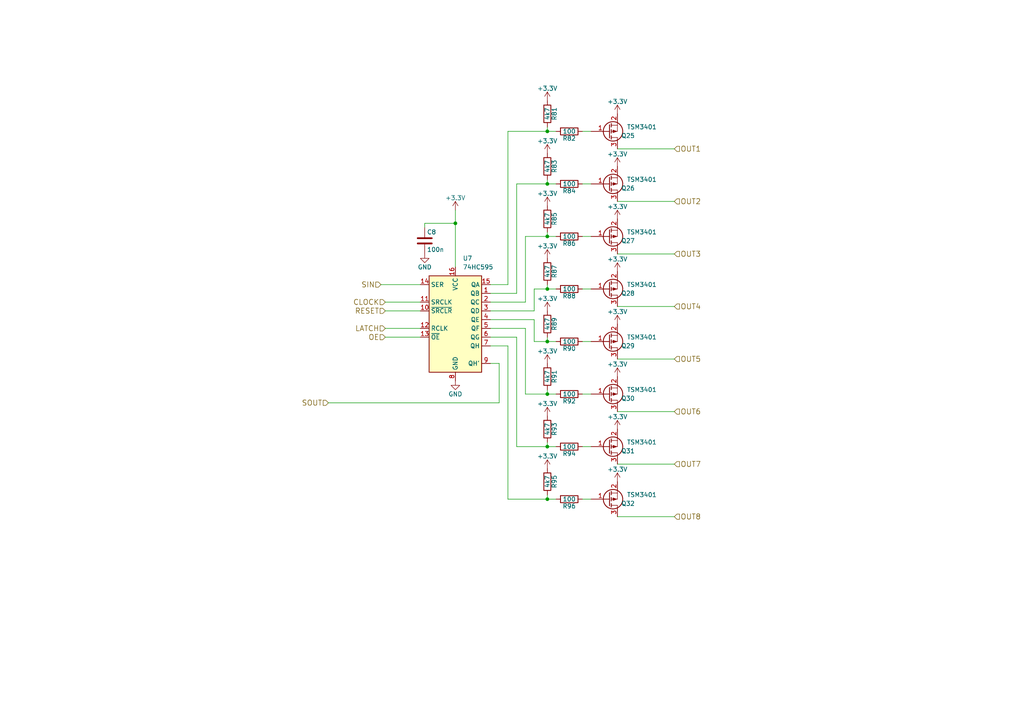
<source format=kicad_sch>
(kicad_sch (version 20250114) (generator "eeschema") (generator_version "9.0")
  (paper "A4")
  (title_block (title "Wooden clock - display board - mosfet multiplexer") (date "2018-10-21") (rev "1.0.0") (company "Paweł Warzecha"))
  (lib_symbols
    (symbol "74xx:74HC595"
      (property "Reference" "U" (at -7.62 13.97 0))
      (property "Value" "74HC595" (at -7.62 -16.51 0))
      (symbol "74HC595_1_0"
        (pin input line (at -10.16 10.16 0) (length 2.54) (name "SER") (number "14"))
        (pin input line (at -10.16 5.08 0) (length 2.54) (name "SRCLK") (number "11"))
        (pin input line (at -10.16 2.54 0) (length 2.54) (name "~{SRCLR}") (number "10"))
        (pin input line (at -10.16 -2.54 0) (length 2.54) (name "RCLK") (number "12"))
        (pin input line (at -10.16 -5.08 0) (length 2.54) (name "~{OE}") (number "13"))
        (pin power_in line (at 0 15.24 270) (length 2.54) (name "VCC") (number "16"))
        (pin power_in line (at 0 -17.78 90) (length 2.54) (name "GND") (number "8"))
        (pin tri_state line (at 10.16 10.16 180) (length 2.54) (name "QA") (number "15"))
        (pin tri_state line (at 10.16 7.62 180) (length 2.54) (name "QB") (number "1"))
        (pin tri_state line (at 10.16 5.08 180) (length 2.54) (name "QC") (number "2"))
        (pin tri_state line (at 10.16 2.54 180) (length 2.54) (name "QD") (number "3"))
        (pin tri_state line (at 10.16 0 180) (length 2.54) (name "QE") (number "4"))
        (pin tri_state line (at 10.16 -2.54 180) (length 2.54) (name "QF") (number "5"))
        (pin tri_state line (at 10.16 -5.08 180) (length 2.54) (name "QG") (number "6"))
        (pin tri_state line (at 10.16 -7.62 180) (length 2.54) (name "QH") (number "7"))
        (pin output line (at 10.16 -12.7 180) (length 2.54) (name "QH'") (number "9"))
      )
      (symbol "74HC595_1_1"
        (rectangle (start -7.62 12.7) (end 7.62 -15.24) (stroke (width 0.254)) (fill (type background)))
      )
    )
    (symbol "device:C" (pin_numbers (hide yes)) (pin_names (offset 0.254))
      (property "Reference" "C" (at 0.635 2.54 0))
      (property "Value" "C" (at 0.635 -2.54 0))
      (symbol "C_0_1"
        (polyline (pts (xy -2.032 0.762) (xy 2.032 0.762)) (stroke (width 0.508)))
        (polyline (pts (xy -2.032 -0.762) (xy 2.032 -0.762)) (stroke (width 0.508)))
      )
      (symbol "C_1_1"
        (pin passive line (at 0 3.81 270) (length 2.794) (name "~") (number "1"))
        (pin passive line (at 0 -3.81 90) (length 2.794) (name "~") (number "2"))
      )
    )
    (symbol "device:Q_PMOS_GSD" (pin_names (offset 0) (hide yes))
      (property "Reference" "Q" (at 7.62 1.27 0))
      (property "Value" "Q_PMOS_GSD" (at 16.51 -1.27 0))
      (symbol "Q_PMOS_GSD_0_1"
        (polyline (pts (xy 0.254 1.905) (xy 0.254 -1.905) (xy 0.254 -1.905)) (stroke (width 0.254)))
        (polyline (pts (xy 0.762 2.286) (xy 0.762 1.27)) (stroke (width 0.254)))
        (polyline (pts (xy 0.762 1.778) (xy 2.54 1.778)))
        (polyline (pts (xy 0.762 0.508) (xy 0.762 -0.508)) (stroke (width 0.254)))
        (polyline (pts (xy 0.762 0) (xy 2.54 0)))
        (polyline (pts (xy 0.762 -1.27) (xy 0.762 -2.286)) (stroke (width 0.254)))
        (polyline (pts (xy 0.762 -1.778) (xy 2.54 -1.778)))
        (circle (center 1.27 0) (radius 2.8194) (stroke (width 0.254)))
        (polyline (pts (xy 2.286 0) (xy 1.27 -0.381) (xy 1.27 0.381) (xy 2.286 0)) (fill (type outline)))
        (polyline (pts (xy 2.54 2.54) (xy 2.54 1.778)))
        (polyline (pts (xy 2.54 -1.778) (xy 2.54 0)))
        (polyline (pts (xy 2.54 -1.778) (xy 2.54 -2.54)))
      )
      (symbol "Q_PMOS_GSD_1_1"
        (pin input line (at -5.08 0 0) (length 5.334) (name "G") (number "1"))
        (pin passive line (at 2.54 5.08 270) (length 2.54) (name "D") (number "3"))
        (pin passive line (at 2.54 -5.08 90) (length 2.54) (name "S") (number "2"))
      )
    )
    (symbol "device:R" (pin_numbers (hide yes)) (pin_names (offset 0))
      (property "Reference" "R" (at 2.032 0 90))
      (property "Value" "R" (at 0 0 90))
      (symbol "R_0_1"
        (rectangle (start -1.016 -2.54) (end 1.016 2.54) (stroke (width 0.254)))
      )
      (symbol "R_1_1"
        (pin passive line (at 0 3.81 270) (length 1.27) (name "~") (number "1"))
        (pin passive line (at 0 -3.81 90) (length 1.27) (name "~") (number "2"))
      )
    )
    (symbol "power:+3.3V" (power) (pin_names (offset 0))
      (property "Value" "+3.3V" (at 0 3.556 0))
      (symbol "+3.3V_0_1"
        (polyline (pts (xy -0.762 1.27) (xy 0 2.54)))
        (polyline (pts (xy 0 2.54) (xy 0.762 1.27)))
        (polyline (pts (xy 0 0) (xy 0 2.54)))
      )
      (symbol "+3.3V_1_1"
        (pin power_in line (at 0 0 90) (length 0) (hide yes) (name "+3.3V") (number "1"))
      )
    )
    (symbol "power:GND" (power) (pin_names (offset 0))
      (property "Value" "GND" (at 0 -3.81 0))
      (symbol "GND_0_1"
        (polyline (pts (xy 0 0) (xy 0 -1.27) (xy 1.27 -1.27) (xy 0 -2.54) (xy -1.27 -1.27) (xy 0 -1.27)))
      )
      (symbol "GND_1_1"
        (pin power_in line (at 0 0 270) (length 0) (hide yes) (name "GND") (number "1"))
      )
    )
  )
  (junction (at 158.75 144.78))
  (junction (at 158.75 68.58))
  (junction (at 158.75 129.54))
  (junction (at 158.75 114.3))
  (junction (at 158.75 53.34))
  (junction (at 158.75 83.82))
  (junction (at 132.08 64.77))
  (junction (at 158.75 99.06))
  (junction (at 158.75 38.1))
  (wire (pts (xy 158.75 129.54) (xy 161.29 129.54)))
  (wire (pts (xy 158.75 38.1) (xy 158.75 36.83)))
  (wire (pts (xy 149.86 97.79) (xy 149.86 129.54)))
  (wire (pts (xy 121.92 97.79) (xy 111.76 97.79)))
  (wire (pts (xy 121.92 90.17) (xy 111.76 90.17)))
  (wire (pts (xy 158.75 143.51) (xy 158.75 144.78)))
  (wire (pts (xy 142.24 87.63) (xy 152.4 87.63)))
  (wire (pts (xy 154.94 83.82) (xy 158.75 83.82)))
  (wire (pts (xy 158.75 99.06) (xy 161.29 99.06)))
  (wire (pts (xy 142.24 92.71) (xy 154.94 92.71)))
  (wire (pts (xy 144.78 105.41) (xy 142.24 105.41)))
  (wire (pts (xy 154.94 90.17) (xy 154.94 83.82)))
  (wire (pts (xy 158.75 83.82) (xy 161.29 83.82)))
  (wire (pts (xy 152.4 114.3) (xy 158.75 114.3)))
  (wire (pts (xy 171.45 53.34) (xy 168.91 53.34)))
  (wire (pts (xy 168.91 129.54) (xy 171.45 129.54)))
  (wire (pts (xy 195.58 134.62) (xy 179.07 134.62)))
  (wire (pts (xy 142.24 100.33) (xy 147.32 100.33)))
  (wire (pts (xy 144.78 116.84) (xy 144.78 105.41)))
  (wire (pts (xy 171.45 83.82) (xy 168.91 83.82)))
  (wire (pts (xy 168.91 68.58) (xy 171.45 68.58)))
  (wire (pts (xy 121.92 87.63) (xy 111.76 87.63)))
  (wire (pts (xy 123.19 66.04) (xy 123.19 64.77)))
  (wire (pts (xy 110.49 82.55) (xy 121.92 82.55)))
  (wire (pts (xy 158.75 129.54) (xy 158.75 128.27)))
  (wire (pts (xy 142.24 97.79) (xy 149.86 97.79)))
  (wire (pts (xy 149.86 53.34) (xy 158.75 53.34)))
  (wire (pts (xy 158.75 114.3) (xy 158.75 113.03)))
  (wire (pts (xy 168.91 99.06) (xy 171.45 99.06)))
  (wire (pts (xy 195.58 88.9) (xy 179.07 88.9)))
  (wire (pts (xy 158.75 99.06) (xy 158.75 97.79)))
  (wire (pts (xy 158.75 68.58) (xy 158.75 67.31)))
  (wire (pts (xy 132.08 64.77) (xy 132.08 60.96)))
  (wire (pts (xy 152.4 68.58) (xy 158.75 68.58)))
  (wire (pts (xy 142.24 82.55) (xy 147.32 82.55)))
  (wire (pts (xy 95.25 116.84) (xy 144.78 116.84)))
  (wire (pts (xy 158.75 53.34) (xy 158.75 52.07)))
  (wire (pts (xy 158.75 53.34) (xy 161.29 53.34)))
  (wire (pts (xy 154.94 99.06) (xy 158.75 99.06)))
  (wire (pts (xy 152.4 95.25) (xy 152.4 114.3)))
  (wire (pts (xy 121.92 95.25) (xy 111.76 95.25)))
  (wire (pts (xy 149.86 85.09) (xy 149.86 53.34)))
  (wire (pts (xy 147.32 144.78) (xy 158.75 144.78)))
  (wire (pts (xy 195.58 149.86) (xy 179.07 149.86)))
  (wire (pts (xy 195.58 58.42) (xy 179.07 58.42)))
  (wire (pts (xy 147.32 82.55) (xy 147.32 38.1)))
  (wire (pts (xy 152.4 87.63) (xy 152.4 68.58)))
  (wire (pts (xy 123.19 64.77) (xy 132.08 64.77)))
  (wire (pts (xy 142.24 95.25) (xy 152.4 95.25)))
  (wire (pts (xy 147.32 100.33) (xy 147.32 144.78)))
  (wire (pts (xy 154.94 92.71) (xy 154.94 99.06)))
  (wire (pts (xy 142.24 90.17) (xy 154.94 90.17)))
  (wire (pts (xy 179.07 43.18) (xy 195.58 43.18)))
  (wire (pts (xy 158.75 38.1) (xy 161.29 38.1)))
  (wire (pts (xy 147.32 38.1) (xy 158.75 38.1)))
  (wire (pts (xy 142.24 85.09) (xy 149.86 85.09)))
  (wire (pts (xy 168.91 38.1) (xy 171.45 38.1)))
  (wire (pts (xy 158.75 83.82) (xy 158.75 82.55)))
  (wire (pts (xy 158.75 114.3) (xy 161.29 114.3)))
  (wire (pts (xy 195.58 119.38) (xy 179.07 119.38)))
  (wire (pts (xy 149.86 129.54) (xy 158.75 129.54)))
  (wire (pts (xy 132.08 77.47) (xy 132.08 64.77)))
  (wire (pts (xy 171.45 114.3) (xy 168.91 114.3)))
  (wire (pts (xy 195.58 104.14) (xy 179.07 104.14)))
  (wire (pts (xy 158.75 144.78) (xy 161.29 144.78)))
  (wire (pts (xy 158.75 68.58) (xy 161.29 68.58)))
  (wire (pts (xy 195.58 73.66) (xy 179.07 73.66)))
  (wire (pts (xy 171.45 144.78) (xy 168.91 144.78)))
  (hierarchical_label "LATCH" (shape input) (at 111.76 95.25 180) (effects (font (size 1.524 1.524))))
  (hierarchical_label "OUT3" (shape input) (at 195.58 73.66 0) (effects (font (size 1.524 1.524))))
  (hierarchical_label "RESET" (shape input) (at 111.76 90.17 180) (effects (font (size 1.524 1.524))))
  (hierarchical_label "OUT1" (shape input) (at 195.58 43.18 0) (effects (font (size 1.524 1.524))))
  (hierarchical_label "OE" (shape input) (at 111.76 97.79 180) (effects (font (size 1.524 1.524))))
  (hierarchical_label "CLOCK" (shape input) (at 111.76 87.63 180) (effects (font (size 1.524 1.524))))
  (hierarchical_label "OUT7" (shape input) (at 195.58 134.62 0) (effects (font (size 1.524 1.524))))
  (hierarchical_label "OUT8" (shape input) (at 195.58 149.86 0) (effects (font (size 1.524 1.524))))
  (hierarchical_label "OUT6" (shape input) (at 195.58 119.38 0) (effects (font (size 1.524 1.524))))
  (hierarchical_label "OUT4" (shape input) (at 195.58 88.9 0) (effects (font (size 1.524 1.524))))
  (hierarchical_label "SOUT" (shape input) (at 95.25 116.84 180) (effects (font (size 1.524 1.524))))
  (hierarchical_label "SIN" (shape input) (at 110.49 82.55 180) (effects (font (size 1.524 1.524))))
  (hierarchical_label "OUT5" (shape input) (at 195.58 104.14 0) (effects (font (size 1.524 1.524))))
  (hierarchical_label "OUT2" (shape input) (at 195.58 58.42 0) (effects (font (size 1.524 1.524))))
  (symbol (lib_id "device:Q_PMOS_GSD") (at 176.53 144.78 0) (mirror x) (unit 1)
    (property "Reference" "Q32" (at 184.15 146.05 0) (effects (justify right)))
    (property "Value" "TSM3401" (at 190.5 143.51 0) (effects (justify right)))
    (property "Footprint" "kicad-libraries-master:SOT23-3" (effects (hide yes)))
  )
  (symbol (lib_id "device:Q_PMOS_GSD") (at 176.53 129.54 0) (mirror x) (unit 1)
    (property "Reference" "Q31" (at 184.15 130.81 0) (effects (justify right)))
    (property "Value" "TSM3401" (at 190.5 128.27 0) (effects (justify right)))
    (property "Footprint" "kicad-libraries-master:SOT23-3" (effects (hide yes)))
  )
  (symbol (lib_id "device:Q_PMOS_GSD") (at 176.53 114.3 0) (mirror x) (unit 1)
    (property "Reference" "Q30" (at 184.15 115.57 0) (effects (justify right)))
    (property "Value" "TSM3401" (at 190.5 113.03 0) (effects (justify right)))
    (property "Footprint" "kicad-libraries-master:SOT23-3" (effects (hide yes)))
  )
  (symbol (lib_id "device:Q_PMOS_GSD") (at 176.53 99.06 0) (mirror x) (unit 1)
    (property "Reference" "Q29" (at 184.15 100.33 0) (effects (justify right)))
    (property "Value" "TSM3401" (at 190.5 97.79 0) (effects (justify right)))
    (property "Footprint" "kicad-libraries-master:SOT23-3" (effects (hide yes)))
  )
  (symbol (lib_id "device:Q_PMOS_GSD") (at 176.53 83.82 0) (mirror x) (unit 1)
    (property "Reference" "Q28" (at 184.15 85.09 0) (effects (justify right)))
    (property "Value" "TSM3401" (at 190.5 82.55 0) (effects (justify right)))
    (property "Footprint" "kicad-libraries-master:SOT23-3" (effects (hide yes)))
  )
  (symbol (lib_id "device:Q_PMOS_GSD") (at 176.53 68.58 0) (mirror x) (unit 1)
    (property "Reference" "Q27" (at 184.15 69.85 0) (effects (justify right)))
    (property "Value" "TSM3401" (at 190.5 67.31 0) (effects (justify right)))
    (property "Footprint" "kicad-libraries-master:SOT23-3" (effects (hide yes)))
  )
  (symbol (lib_id "device:Q_PMOS_GSD") (at 176.53 53.34 0) (mirror x) (unit 1)
    (property "Reference" "Q26" (at 184.15 54.61 0) (effects (justify right)))
    (property "Value" "TSM3401" (at 190.5 52.07 0) (effects (justify right)))
    (property "Footprint" "kicad-libraries-master:SOT23-3" (effects (hide yes)))
  )
  (symbol (lib_id "device:Q_PMOS_GSD") (at 176.53 38.1 0) (mirror x) (unit 1)
    (property "Reference" "Q25" (at 184.15 39.37 0) (effects (justify right)))
    (property "Value" "TSM3401" (at 190.5 36.83 0) (effects (justify right)))
    (property "Footprint" "kicad-libraries-master:SOT23-3" (effects (hide yes)))
  )
  (symbol (lib_id "power:GND") (at 132.08 110.49 0) (unit 1)
    (property "Reference" "#PWR0158" (effects (hide yes)))
    (property "Value" "GND" (at 132.08 114.3 0))
  )
  (symbol (lib_id "power:+3.3V") (at 132.08 60.96 0) (unit 1)
    (property "Reference" "#PWR0159" (effects (hide yes)))
    (property "Value" "+3.3V" (at 132.08 57.404 0))
  )
  (symbol (lib_id "power:+3.3V") (at 179.07 33.02 0) (unit 1)
    (property "Reference" "#PWR0160" (effects (hide yes)))
    (property "Value" "+3.3V" (at 179.07 29.464 0))
  )
  (symbol (lib_id "power:+3.3V") (at 179.07 48.26 0) (unit 1)
    (property "Reference" "#PWR0161" (effects (hide yes)))
    (property "Value" "+3.3V" (at 179.07 44.704 0))
  )
  (symbol (lib_id "power:+3.3V") (at 179.07 63.5 0) (unit 1)
    (property "Reference" "#PWR0162" (effects (hide yes)))
    (property "Value" "+3.3V" (at 179.07 59.944 0))
  )
  (symbol (lib_id "power:+3.3V") (at 179.07 78.74 0) (unit 1)
    (property "Reference" "#PWR0163" (effects (hide yes)))
    (property "Value" "+3.3V" (at 179.07 75.184 0))
  )
  (symbol (lib_id "power:+3.3V") (at 179.07 93.98 0) (unit 1)
    (property "Reference" "#PWR0164" (effects (hide yes)))
    (property "Value" "+3.3V" (at 179.07 90.424 0))
  )
  (symbol (lib_id "power:+3.3V") (at 179.07 109.22 0) (unit 1)
    (property "Reference" "#PWR0165" (effects (hide yes)))
    (property "Value" "+3.3V" (at 179.07 105.664 0))
  )
  (symbol (lib_id "power:+3.3V") (at 179.07 124.46 0) (unit 1)
    (property "Reference" "#PWR0166" (effects (hide yes)))
    (property "Value" "+3.3V" (at 179.07 120.904 0))
  )
  (symbol (lib_id "power:+3.3V") (at 179.07 139.7 0) (unit 1)
    (property "Reference" "#PWR0167" (effects (hide yes)))
    (property "Value" "+3.3V" (at 179.07 136.144 0))
  )
  (symbol (lib_id "device:C") (at 123.19 69.85 0) (unit 1)
    (property "Reference" "C8" (at 123.825 67.31 0) (effects (justify left)))
    (property "Value" "100n" (at 123.825 72.39 0) (effects (justify left)))
    (property "Footprint" "Capacitors_SMD:C_0402_NoSilk" (effects (hide yes)))
  )
  (symbol (lib_id "power:GND") (at 123.19 73.66 0) (unit 1)
    (property "Reference" "#PWR0168" (effects (hide yes)))
    (property "Value" "GND" (at 123.19 77.47 0))
  )
  (symbol (lib_id "device:R") (at 158.75 93.98 0) (unit 1)
    (property "Reference" "R89" (at 160.782 93.98 90))
    (property "Value" "4k7" (at 158.75 93.98 90))
    (property "Footprint" "Resistors_SMD:R_0805_HandSoldering" (effects (hide yes)))
  )
  (symbol (lib_id "device:R") (at 158.75 109.22 0) (unit 1)
    (property "Reference" "R91" (at 160.782 109.22 90))
    (property "Value" "4k7" (at 158.75 109.22 90))
    (property "Footprint" "Resistors_SMD:R_0805_HandSoldering" (effects (hide yes)))
  )
  (symbol (lib_id "device:R") (at 158.75 124.46 0) (unit 1)
    (property "Reference" "R93" (at 160.782 124.46 90))
    (property "Value" "4k7" (at 158.75 124.46 90))
    (property "Footprint" "Resistors_SMD:R_0805_HandSoldering" (effects (hide yes)))
  )
  (symbol (lib_id "device:R") (at 158.75 139.7 0) (unit 1)
    (property "Reference" "R95" (at 160.782 139.7 90))
    (property "Value" "4k7" (at 158.75 139.7 90))
    (property "Footprint" "Resistors_SMD:R_0805_HandSoldering" (effects (hide yes)))
  )
  (symbol (lib_id "device:R") (at 158.75 78.74 0) (unit 1)
    (property "Reference" "R87" (at 160.782 78.74 90))
    (property "Value" "4k7" (at 158.75 78.74 90))
    (property "Footprint" "Resistors_SMD:R_0805_HandSoldering" (effects (hide yes)))
  )
  (symbol (lib_id "device:R") (at 158.75 63.5 0) (unit 1)
    (property "Reference" "R85" (at 160.782 63.5 90))
    (property "Value" "4k7" (at 158.75 63.5 90))
    (property "Footprint" "Resistors_SMD:R_0805_HandSoldering" (effects (hide yes)))
  )
  (symbol (lib_id "device:R") (at 158.75 48.26 0) (unit 1)
    (property "Reference" "R83" (at 160.782 48.26 90))
    (property "Value" "4k7" (at 158.75 48.26 90))
    (property "Footprint" "Resistors_SMD:R_0805_HandSoldering" (effects (hide yes)))
  )
  (symbol (lib_id "device:R") (at 158.75 33.02 0) (unit 1)
    (property "Reference" "R81" (at 160.782 33.02 90))
    (property "Value" "4k7" (at 158.75 33.02 90))
    (property "Footprint" "Resistors_SMD:R_0805_HandSoldering" (effects (hide yes)))
  )
  (symbol (lib_id "power:+3.3V") (at 158.75 29.21 0) (unit 1)
    (property "Reference" "#PWR0169" (effects (hide yes)))
    (property "Value" "+3.3V" (at 158.75 25.654 0))
  )
  (symbol (lib_id "power:+3.3V") (at 158.75 44.45 0) (unit 1)
    (property "Reference" "#PWR0170" (effects (hide yes)))
    (property "Value" "+3.3V" (at 158.75 40.894 0))
  )
  (symbol (lib_id "power:+3.3V") (at 158.75 59.69 0) (unit 1)
    (property "Reference" "#PWR0171" (effects (hide yes)))
    (property "Value" "+3.3V" (at 158.75 56.134 0))
  )
  (symbol (lib_id "power:+3.3V") (at 158.75 74.93 0) (unit 1)
    (property "Reference" "#PWR0172" (effects (hide yes)))
    (property "Value" "+3.3V" (at 158.75 71.374 0))
  )
  (symbol (lib_id "power:+3.3V") (at 158.75 90.17 0) (unit 1)
    (property "Reference" "#PWR0173" (effects (hide yes)))
    (property "Value" "+3.3V" (at 158.75 86.614 0))
  )
  (symbol (lib_id "power:+3.3V") (at 158.75 105.41 0) (unit 1)
    (property "Reference" "#PWR0174" (effects (hide yes)))
    (property "Value" "+3.3V" (at 158.75 101.854 0))
  )
  (symbol (lib_id "power:+3.3V") (at 158.75 120.65 0) (unit 1)
    (property "Reference" "#PWR0175" (effects (hide yes)))
    (property "Value" "+3.3V" (at 158.75 117.094 0))
  )
  (symbol (lib_id "power:+3.3V") (at 158.75 135.89 0) (unit 1)
    (property "Reference" "#PWR0176" (effects (hide yes)))
    (property "Value" "+3.3V" (at 158.75 132.334 0))
  )
  (symbol (lib_id "device:R") (at 165.1 38.1 270) (unit 1)
    (property "Reference" "R82" (at 165.1 40.132 90))
    (property "Value" "100" (at 165.1 38.1 90))
    (property "Footprint" "Resistors_SMD:R_0805_HandSoldering" (effects (hide yes)))
  )
  (symbol (lib_id "device:R") (at 165.1 53.34 270) (unit 1)
    (property "Reference" "R84" (at 165.1 55.372 90))
    (property "Value" "100" (at 165.1 53.34 90))
    (property "Footprint" "Resistors_SMD:R_0805_HandSoldering" (effects (hide yes)))
  )
  (symbol (lib_id "device:R") (at 165.1 68.58 270) (unit 1)
    (property "Reference" "R86" (at 165.1 70.612 90))
    (property "Value" "100" (at 165.1 68.58 90))
    (property "Footprint" "Resistors_SMD:R_0805_HandSoldering" (effects (hide yes)))
  )
  (symbol (lib_id "device:R") (at 165.1 83.82 270) (unit 1)
    (property "Reference" "R88" (at 165.1 85.852 90))
    (property "Value" "100" (at 165.1 83.82 90))
    (property "Footprint" "Resistors_SMD:R_0805_HandSoldering" (effects (hide yes)))
  )
  (symbol (lib_id "device:R") (at 165.1 99.06 270) (unit 1)
    (property "Reference" "R90" (at 165.1 101.092 90))
    (property "Value" "100" (at 165.1 99.06 90))
    (property "Footprint" "Resistors_SMD:R_0805_HandSoldering" (effects (hide yes)))
  )
  (symbol (lib_id "device:R") (at 165.1 114.3 270) (unit 1)
    (property "Reference" "R92" (at 165.1 116.332 90))
    (property "Value" "100" (at 165.1 114.3 90))
    (property "Footprint" "Resistors_SMD:R_0805_HandSoldering" (effects (hide yes)))
  )
  (symbol (lib_id "device:R") (at 165.1 129.54 270) (unit 1)
    (property "Reference" "R94" (at 165.1 131.572 90))
    (property "Value" "100" (at 165.1 129.54 90))
    (property "Footprint" "Resistors_SMD:R_0805_HandSoldering" (effects (hide yes)))
  )
  (symbol (lib_id "device:R") (at 165.1 144.78 270) (unit 1)
    (property "Reference" "R96" (at 165.1 146.812 90))
    (property "Value" "100" (at 165.1 144.78 90))
    (property "Footprint" "Resistors_SMD:R_0805_HandSoldering" (effects (hide yes)))
  )
  (symbol (lib_id "74xx:74HC595") (at 132.08 92.71 0) (unit 1)
    (property "Reference" "U5" (at 134.2233 74.93 0) (effects (justify left)))
    (property "Value" "74HC595" (at 134.2233 77.47 0) (effects (justify left)))
    (property "Datasheet" "http://www.ti.com/lit/ds/symlink/sn74hc595.pdf" (effects (hide yes)))
    (property "Description" "8-bit serial in/out Shift Register 3-State Outputs" (effects (hide yes)))
    (instances (project "" (path "" (reference "U7") (unit 1)) (path "" (reference "U8") (unit 1)) (path "" (reference "U6") (unit 1)) (path "" (reference "U5") (unit 1))))
  )
)
</source>
